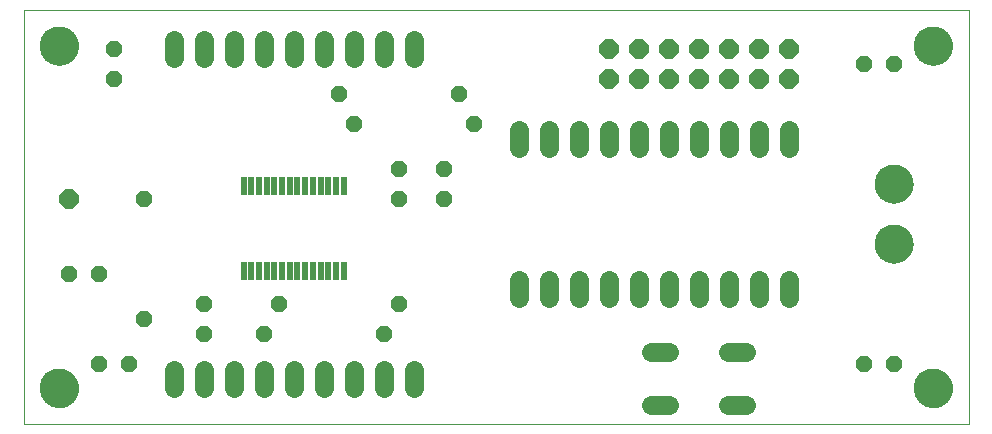
<source format=gts>
G75*
%MOIN*%
%OFA0B0*%
%FSLAX25Y25*%
%IPPOS*%
%LPD*%
%AMOC8*
5,1,8,0,0,1.08239X$1,22.5*
%
%ADD10C,0.00000*%
%ADD11C,0.12998*%
%ADD12OC8,0.05600*%
%ADD13C,0.06400*%
%ADD14OC8,0.06400*%
%ADD15R,0.01975X0.06306*%
D10*
X0001800Y0001800D02*
X0001800Y0139595D01*
X0316761Y0139595D01*
X0316761Y0001800D01*
X0001800Y0001800D01*
X0007312Y0013611D02*
X0007314Y0013769D01*
X0007320Y0013927D01*
X0007330Y0014085D01*
X0007344Y0014243D01*
X0007362Y0014400D01*
X0007383Y0014557D01*
X0007409Y0014713D01*
X0007439Y0014869D01*
X0007472Y0015024D01*
X0007510Y0015177D01*
X0007551Y0015330D01*
X0007596Y0015482D01*
X0007645Y0015633D01*
X0007698Y0015782D01*
X0007754Y0015930D01*
X0007814Y0016076D01*
X0007878Y0016221D01*
X0007946Y0016364D01*
X0008017Y0016506D01*
X0008091Y0016646D01*
X0008169Y0016783D01*
X0008251Y0016919D01*
X0008335Y0017053D01*
X0008424Y0017184D01*
X0008515Y0017313D01*
X0008610Y0017440D01*
X0008707Y0017565D01*
X0008808Y0017687D01*
X0008912Y0017806D01*
X0009019Y0017923D01*
X0009129Y0018037D01*
X0009242Y0018148D01*
X0009357Y0018257D01*
X0009475Y0018362D01*
X0009596Y0018464D01*
X0009719Y0018564D01*
X0009845Y0018660D01*
X0009973Y0018753D01*
X0010103Y0018843D01*
X0010236Y0018929D01*
X0010371Y0019013D01*
X0010507Y0019092D01*
X0010646Y0019169D01*
X0010787Y0019241D01*
X0010929Y0019311D01*
X0011073Y0019376D01*
X0011219Y0019438D01*
X0011366Y0019496D01*
X0011515Y0019551D01*
X0011665Y0019602D01*
X0011816Y0019649D01*
X0011968Y0019692D01*
X0012121Y0019731D01*
X0012276Y0019767D01*
X0012431Y0019798D01*
X0012587Y0019826D01*
X0012743Y0019850D01*
X0012900Y0019870D01*
X0013058Y0019886D01*
X0013215Y0019898D01*
X0013374Y0019906D01*
X0013532Y0019910D01*
X0013690Y0019910D01*
X0013848Y0019906D01*
X0014007Y0019898D01*
X0014164Y0019886D01*
X0014322Y0019870D01*
X0014479Y0019850D01*
X0014635Y0019826D01*
X0014791Y0019798D01*
X0014946Y0019767D01*
X0015101Y0019731D01*
X0015254Y0019692D01*
X0015406Y0019649D01*
X0015557Y0019602D01*
X0015707Y0019551D01*
X0015856Y0019496D01*
X0016003Y0019438D01*
X0016149Y0019376D01*
X0016293Y0019311D01*
X0016435Y0019241D01*
X0016576Y0019169D01*
X0016715Y0019092D01*
X0016851Y0019013D01*
X0016986Y0018929D01*
X0017119Y0018843D01*
X0017249Y0018753D01*
X0017377Y0018660D01*
X0017503Y0018564D01*
X0017626Y0018464D01*
X0017747Y0018362D01*
X0017865Y0018257D01*
X0017980Y0018148D01*
X0018093Y0018037D01*
X0018203Y0017923D01*
X0018310Y0017806D01*
X0018414Y0017687D01*
X0018515Y0017565D01*
X0018612Y0017440D01*
X0018707Y0017313D01*
X0018798Y0017184D01*
X0018887Y0017053D01*
X0018971Y0016919D01*
X0019053Y0016783D01*
X0019131Y0016646D01*
X0019205Y0016506D01*
X0019276Y0016364D01*
X0019344Y0016221D01*
X0019408Y0016076D01*
X0019468Y0015930D01*
X0019524Y0015782D01*
X0019577Y0015633D01*
X0019626Y0015482D01*
X0019671Y0015330D01*
X0019712Y0015177D01*
X0019750Y0015024D01*
X0019783Y0014869D01*
X0019813Y0014713D01*
X0019839Y0014557D01*
X0019860Y0014400D01*
X0019878Y0014243D01*
X0019892Y0014085D01*
X0019902Y0013927D01*
X0019908Y0013769D01*
X0019910Y0013611D01*
X0019908Y0013453D01*
X0019902Y0013295D01*
X0019892Y0013137D01*
X0019878Y0012979D01*
X0019860Y0012822D01*
X0019839Y0012665D01*
X0019813Y0012509D01*
X0019783Y0012353D01*
X0019750Y0012198D01*
X0019712Y0012045D01*
X0019671Y0011892D01*
X0019626Y0011740D01*
X0019577Y0011589D01*
X0019524Y0011440D01*
X0019468Y0011292D01*
X0019408Y0011146D01*
X0019344Y0011001D01*
X0019276Y0010858D01*
X0019205Y0010716D01*
X0019131Y0010576D01*
X0019053Y0010439D01*
X0018971Y0010303D01*
X0018887Y0010169D01*
X0018798Y0010038D01*
X0018707Y0009909D01*
X0018612Y0009782D01*
X0018515Y0009657D01*
X0018414Y0009535D01*
X0018310Y0009416D01*
X0018203Y0009299D01*
X0018093Y0009185D01*
X0017980Y0009074D01*
X0017865Y0008965D01*
X0017747Y0008860D01*
X0017626Y0008758D01*
X0017503Y0008658D01*
X0017377Y0008562D01*
X0017249Y0008469D01*
X0017119Y0008379D01*
X0016986Y0008293D01*
X0016851Y0008209D01*
X0016715Y0008130D01*
X0016576Y0008053D01*
X0016435Y0007981D01*
X0016293Y0007911D01*
X0016149Y0007846D01*
X0016003Y0007784D01*
X0015856Y0007726D01*
X0015707Y0007671D01*
X0015557Y0007620D01*
X0015406Y0007573D01*
X0015254Y0007530D01*
X0015101Y0007491D01*
X0014946Y0007455D01*
X0014791Y0007424D01*
X0014635Y0007396D01*
X0014479Y0007372D01*
X0014322Y0007352D01*
X0014164Y0007336D01*
X0014007Y0007324D01*
X0013848Y0007316D01*
X0013690Y0007312D01*
X0013532Y0007312D01*
X0013374Y0007316D01*
X0013215Y0007324D01*
X0013058Y0007336D01*
X0012900Y0007352D01*
X0012743Y0007372D01*
X0012587Y0007396D01*
X0012431Y0007424D01*
X0012276Y0007455D01*
X0012121Y0007491D01*
X0011968Y0007530D01*
X0011816Y0007573D01*
X0011665Y0007620D01*
X0011515Y0007671D01*
X0011366Y0007726D01*
X0011219Y0007784D01*
X0011073Y0007846D01*
X0010929Y0007911D01*
X0010787Y0007981D01*
X0010646Y0008053D01*
X0010507Y0008130D01*
X0010371Y0008209D01*
X0010236Y0008293D01*
X0010103Y0008379D01*
X0009973Y0008469D01*
X0009845Y0008562D01*
X0009719Y0008658D01*
X0009596Y0008758D01*
X0009475Y0008860D01*
X0009357Y0008965D01*
X0009242Y0009074D01*
X0009129Y0009185D01*
X0009019Y0009299D01*
X0008912Y0009416D01*
X0008808Y0009535D01*
X0008707Y0009657D01*
X0008610Y0009782D01*
X0008515Y0009909D01*
X0008424Y0010038D01*
X0008335Y0010169D01*
X0008251Y0010303D01*
X0008169Y0010439D01*
X0008091Y0010576D01*
X0008017Y0010716D01*
X0007946Y0010858D01*
X0007878Y0011001D01*
X0007814Y0011146D01*
X0007754Y0011292D01*
X0007698Y0011440D01*
X0007645Y0011589D01*
X0007596Y0011740D01*
X0007551Y0011892D01*
X0007510Y0012045D01*
X0007472Y0012198D01*
X0007439Y0012353D01*
X0007409Y0012509D01*
X0007383Y0012665D01*
X0007362Y0012822D01*
X0007344Y0012979D01*
X0007330Y0013137D01*
X0007320Y0013295D01*
X0007314Y0013453D01*
X0007312Y0013611D01*
X0007312Y0127784D02*
X0007314Y0127942D01*
X0007320Y0128100D01*
X0007330Y0128258D01*
X0007344Y0128416D01*
X0007362Y0128573D01*
X0007383Y0128730D01*
X0007409Y0128886D01*
X0007439Y0129042D01*
X0007472Y0129197D01*
X0007510Y0129350D01*
X0007551Y0129503D01*
X0007596Y0129655D01*
X0007645Y0129806D01*
X0007698Y0129955D01*
X0007754Y0130103D01*
X0007814Y0130249D01*
X0007878Y0130394D01*
X0007946Y0130537D01*
X0008017Y0130679D01*
X0008091Y0130819D01*
X0008169Y0130956D01*
X0008251Y0131092D01*
X0008335Y0131226D01*
X0008424Y0131357D01*
X0008515Y0131486D01*
X0008610Y0131613D01*
X0008707Y0131738D01*
X0008808Y0131860D01*
X0008912Y0131979D01*
X0009019Y0132096D01*
X0009129Y0132210D01*
X0009242Y0132321D01*
X0009357Y0132430D01*
X0009475Y0132535D01*
X0009596Y0132637D01*
X0009719Y0132737D01*
X0009845Y0132833D01*
X0009973Y0132926D01*
X0010103Y0133016D01*
X0010236Y0133102D01*
X0010371Y0133186D01*
X0010507Y0133265D01*
X0010646Y0133342D01*
X0010787Y0133414D01*
X0010929Y0133484D01*
X0011073Y0133549D01*
X0011219Y0133611D01*
X0011366Y0133669D01*
X0011515Y0133724D01*
X0011665Y0133775D01*
X0011816Y0133822D01*
X0011968Y0133865D01*
X0012121Y0133904D01*
X0012276Y0133940D01*
X0012431Y0133971D01*
X0012587Y0133999D01*
X0012743Y0134023D01*
X0012900Y0134043D01*
X0013058Y0134059D01*
X0013215Y0134071D01*
X0013374Y0134079D01*
X0013532Y0134083D01*
X0013690Y0134083D01*
X0013848Y0134079D01*
X0014007Y0134071D01*
X0014164Y0134059D01*
X0014322Y0134043D01*
X0014479Y0134023D01*
X0014635Y0133999D01*
X0014791Y0133971D01*
X0014946Y0133940D01*
X0015101Y0133904D01*
X0015254Y0133865D01*
X0015406Y0133822D01*
X0015557Y0133775D01*
X0015707Y0133724D01*
X0015856Y0133669D01*
X0016003Y0133611D01*
X0016149Y0133549D01*
X0016293Y0133484D01*
X0016435Y0133414D01*
X0016576Y0133342D01*
X0016715Y0133265D01*
X0016851Y0133186D01*
X0016986Y0133102D01*
X0017119Y0133016D01*
X0017249Y0132926D01*
X0017377Y0132833D01*
X0017503Y0132737D01*
X0017626Y0132637D01*
X0017747Y0132535D01*
X0017865Y0132430D01*
X0017980Y0132321D01*
X0018093Y0132210D01*
X0018203Y0132096D01*
X0018310Y0131979D01*
X0018414Y0131860D01*
X0018515Y0131738D01*
X0018612Y0131613D01*
X0018707Y0131486D01*
X0018798Y0131357D01*
X0018887Y0131226D01*
X0018971Y0131092D01*
X0019053Y0130956D01*
X0019131Y0130819D01*
X0019205Y0130679D01*
X0019276Y0130537D01*
X0019344Y0130394D01*
X0019408Y0130249D01*
X0019468Y0130103D01*
X0019524Y0129955D01*
X0019577Y0129806D01*
X0019626Y0129655D01*
X0019671Y0129503D01*
X0019712Y0129350D01*
X0019750Y0129197D01*
X0019783Y0129042D01*
X0019813Y0128886D01*
X0019839Y0128730D01*
X0019860Y0128573D01*
X0019878Y0128416D01*
X0019892Y0128258D01*
X0019902Y0128100D01*
X0019908Y0127942D01*
X0019910Y0127784D01*
X0019908Y0127626D01*
X0019902Y0127468D01*
X0019892Y0127310D01*
X0019878Y0127152D01*
X0019860Y0126995D01*
X0019839Y0126838D01*
X0019813Y0126682D01*
X0019783Y0126526D01*
X0019750Y0126371D01*
X0019712Y0126218D01*
X0019671Y0126065D01*
X0019626Y0125913D01*
X0019577Y0125762D01*
X0019524Y0125613D01*
X0019468Y0125465D01*
X0019408Y0125319D01*
X0019344Y0125174D01*
X0019276Y0125031D01*
X0019205Y0124889D01*
X0019131Y0124749D01*
X0019053Y0124612D01*
X0018971Y0124476D01*
X0018887Y0124342D01*
X0018798Y0124211D01*
X0018707Y0124082D01*
X0018612Y0123955D01*
X0018515Y0123830D01*
X0018414Y0123708D01*
X0018310Y0123589D01*
X0018203Y0123472D01*
X0018093Y0123358D01*
X0017980Y0123247D01*
X0017865Y0123138D01*
X0017747Y0123033D01*
X0017626Y0122931D01*
X0017503Y0122831D01*
X0017377Y0122735D01*
X0017249Y0122642D01*
X0017119Y0122552D01*
X0016986Y0122466D01*
X0016851Y0122382D01*
X0016715Y0122303D01*
X0016576Y0122226D01*
X0016435Y0122154D01*
X0016293Y0122084D01*
X0016149Y0122019D01*
X0016003Y0121957D01*
X0015856Y0121899D01*
X0015707Y0121844D01*
X0015557Y0121793D01*
X0015406Y0121746D01*
X0015254Y0121703D01*
X0015101Y0121664D01*
X0014946Y0121628D01*
X0014791Y0121597D01*
X0014635Y0121569D01*
X0014479Y0121545D01*
X0014322Y0121525D01*
X0014164Y0121509D01*
X0014007Y0121497D01*
X0013848Y0121489D01*
X0013690Y0121485D01*
X0013532Y0121485D01*
X0013374Y0121489D01*
X0013215Y0121497D01*
X0013058Y0121509D01*
X0012900Y0121525D01*
X0012743Y0121545D01*
X0012587Y0121569D01*
X0012431Y0121597D01*
X0012276Y0121628D01*
X0012121Y0121664D01*
X0011968Y0121703D01*
X0011816Y0121746D01*
X0011665Y0121793D01*
X0011515Y0121844D01*
X0011366Y0121899D01*
X0011219Y0121957D01*
X0011073Y0122019D01*
X0010929Y0122084D01*
X0010787Y0122154D01*
X0010646Y0122226D01*
X0010507Y0122303D01*
X0010371Y0122382D01*
X0010236Y0122466D01*
X0010103Y0122552D01*
X0009973Y0122642D01*
X0009845Y0122735D01*
X0009719Y0122831D01*
X0009596Y0122931D01*
X0009475Y0123033D01*
X0009357Y0123138D01*
X0009242Y0123247D01*
X0009129Y0123358D01*
X0009019Y0123472D01*
X0008912Y0123589D01*
X0008808Y0123708D01*
X0008707Y0123830D01*
X0008610Y0123955D01*
X0008515Y0124082D01*
X0008424Y0124211D01*
X0008335Y0124342D01*
X0008251Y0124476D01*
X0008169Y0124612D01*
X0008091Y0124749D01*
X0008017Y0124889D01*
X0007946Y0125031D01*
X0007878Y0125174D01*
X0007814Y0125319D01*
X0007754Y0125465D01*
X0007698Y0125613D01*
X0007645Y0125762D01*
X0007596Y0125913D01*
X0007551Y0126065D01*
X0007510Y0126218D01*
X0007472Y0126371D01*
X0007439Y0126526D01*
X0007409Y0126682D01*
X0007383Y0126838D01*
X0007362Y0126995D01*
X0007344Y0127152D01*
X0007330Y0127310D01*
X0007320Y0127468D01*
X0007314Y0127626D01*
X0007312Y0127784D01*
X0285501Y0081800D02*
X0285503Y0081958D01*
X0285509Y0082116D01*
X0285519Y0082274D01*
X0285533Y0082432D01*
X0285551Y0082589D01*
X0285572Y0082746D01*
X0285598Y0082902D01*
X0285628Y0083058D01*
X0285661Y0083213D01*
X0285699Y0083366D01*
X0285740Y0083519D01*
X0285785Y0083671D01*
X0285834Y0083822D01*
X0285887Y0083971D01*
X0285943Y0084119D01*
X0286003Y0084265D01*
X0286067Y0084410D01*
X0286135Y0084553D01*
X0286206Y0084695D01*
X0286280Y0084835D01*
X0286358Y0084972D01*
X0286440Y0085108D01*
X0286524Y0085242D01*
X0286613Y0085373D01*
X0286704Y0085502D01*
X0286799Y0085629D01*
X0286896Y0085754D01*
X0286997Y0085876D01*
X0287101Y0085995D01*
X0287208Y0086112D01*
X0287318Y0086226D01*
X0287431Y0086337D01*
X0287546Y0086446D01*
X0287664Y0086551D01*
X0287785Y0086653D01*
X0287908Y0086753D01*
X0288034Y0086849D01*
X0288162Y0086942D01*
X0288292Y0087032D01*
X0288425Y0087118D01*
X0288560Y0087202D01*
X0288696Y0087281D01*
X0288835Y0087358D01*
X0288976Y0087430D01*
X0289118Y0087500D01*
X0289262Y0087565D01*
X0289408Y0087627D01*
X0289555Y0087685D01*
X0289704Y0087740D01*
X0289854Y0087791D01*
X0290005Y0087838D01*
X0290157Y0087881D01*
X0290310Y0087920D01*
X0290465Y0087956D01*
X0290620Y0087987D01*
X0290776Y0088015D01*
X0290932Y0088039D01*
X0291089Y0088059D01*
X0291247Y0088075D01*
X0291404Y0088087D01*
X0291563Y0088095D01*
X0291721Y0088099D01*
X0291879Y0088099D01*
X0292037Y0088095D01*
X0292196Y0088087D01*
X0292353Y0088075D01*
X0292511Y0088059D01*
X0292668Y0088039D01*
X0292824Y0088015D01*
X0292980Y0087987D01*
X0293135Y0087956D01*
X0293290Y0087920D01*
X0293443Y0087881D01*
X0293595Y0087838D01*
X0293746Y0087791D01*
X0293896Y0087740D01*
X0294045Y0087685D01*
X0294192Y0087627D01*
X0294338Y0087565D01*
X0294482Y0087500D01*
X0294624Y0087430D01*
X0294765Y0087358D01*
X0294904Y0087281D01*
X0295040Y0087202D01*
X0295175Y0087118D01*
X0295308Y0087032D01*
X0295438Y0086942D01*
X0295566Y0086849D01*
X0295692Y0086753D01*
X0295815Y0086653D01*
X0295936Y0086551D01*
X0296054Y0086446D01*
X0296169Y0086337D01*
X0296282Y0086226D01*
X0296392Y0086112D01*
X0296499Y0085995D01*
X0296603Y0085876D01*
X0296704Y0085754D01*
X0296801Y0085629D01*
X0296896Y0085502D01*
X0296987Y0085373D01*
X0297076Y0085242D01*
X0297160Y0085108D01*
X0297242Y0084972D01*
X0297320Y0084835D01*
X0297394Y0084695D01*
X0297465Y0084553D01*
X0297533Y0084410D01*
X0297597Y0084265D01*
X0297657Y0084119D01*
X0297713Y0083971D01*
X0297766Y0083822D01*
X0297815Y0083671D01*
X0297860Y0083519D01*
X0297901Y0083366D01*
X0297939Y0083213D01*
X0297972Y0083058D01*
X0298002Y0082902D01*
X0298028Y0082746D01*
X0298049Y0082589D01*
X0298067Y0082432D01*
X0298081Y0082274D01*
X0298091Y0082116D01*
X0298097Y0081958D01*
X0298099Y0081800D01*
X0298097Y0081642D01*
X0298091Y0081484D01*
X0298081Y0081326D01*
X0298067Y0081168D01*
X0298049Y0081011D01*
X0298028Y0080854D01*
X0298002Y0080698D01*
X0297972Y0080542D01*
X0297939Y0080387D01*
X0297901Y0080234D01*
X0297860Y0080081D01*
X0297815Y0079929D01*
X0297766Y0079778D01*
X0297713Y0079629D01*
X0297657Y0079481D01*
X0297597Y0079335D01*
X0297533Y0079190D01*
X0297465Y0079047D01*
X0297394Y0078905D01*
X0297320Y0078765D01*
X0297242Y0078628D01*
X0297160Y0078492D01*
X0297076Y0078358D01*
X0296987Y0078227D01*
X0296896Y0078098D01*
X0296801Y0077971D01*
X0296704Y0077846D01*
X0296603Y0077724D01*
X0296499Y0077605D01*
X0296392Y0077488D01*
X0296282Y0077374D01*
X0296169Y0077263D01*
X0296054Y0077154D01*
X0295936Y0077049D01*
X0295815Y0076947D01*
X0295692Y0076847D01*
X0295566Y0076751D01*
X0295438Y0076658D01*
X0295308Y0076568D01*
X0295175Y0076482D01*
X0295040Y0076398D01*
X0294904Y0076319D01*
X0294765Y0076242D01*
X0294624Y0076170D01*
X0294482Y0076100D01*
X0294338Y0076035D01*
X0294192Y0075973D01*
X0294045Y0075915D01*
X0293896Y0075860D01*
X0293746Y0075809D01*
X0293595Y0075762D01*
X0293443Y0075719D01*
X0293290Y0075680D01*
X0293135Y0075644D01*
X0292980Y0075613D01*
X0292824Y0075585D01*
X0292668Y0075561D01*
X0292511Y0075541D01*
X0292353Y0075525D01*
X0292196Y0075513D01*
X0292037Y0075505D01*
X0291879Y0075501D01*
X0291721Y0075501D01*
X0291563Y0075505D01*
X0291404Y0075513D01*
X0291247Y0075525D01*
X0291089Y0075541D01*
X0290932Y0075561D01*
X0290776Y0075585D01*
X0290620Y0075613D01*
X0290465Y0075644D01*
X0290310Y0075680D01*
X0290157Y0075719D01*
X0290005Y0075762D01*
X0289854Y0075809D01*
X0289704Y0075860D01*
X0289555Y0075915D01*
X0289408Y0075973D01*
X0289262Y0076035D01*
X0289118Y0076100D01*
X0288976Y0076170D01*
X0288835Y0076242D01*
X0288696Y0076319D01*
X0288560Y0076398D01*
X0288425Y0076482D01*
X0288292Y0076568D01*
X0288162Y0076658D01*
X0288034Y0076751D01*
X0287908Y0076847D01*
X0287785Y0076947D01*
X0287664Y0077049D01*
X0287546Y0077154D01*
X0287431Y0077263D01*
X0287318Y0077374D01*
X0287208Y0077488D01*
X0287101Y0077605D01*
X0286997Y0077724D01*
X0286896Y0077846D01*
X0286799Y0077971D01*
X0286704Y0078098D01*
X0286613Y0078227D01*
X0286524Y0078358D01*
X0286440Y0078492D01*
X0286358Y0078628D01*
X0286280Y0078765D01*
X0286206Y0078905D01*
X0286135Y0079047D01*
X0286067Y0079190D01*
X0286003Y0079335D01*
X0285943Y0079481D01*
X0285887Y0079629D01*
X0285834Y0079778D01*
X0285785Y0079929D01*
X0285740Y0080081D01*
X0285699Y0080234D01*
X0285661Y0080387D01*
X0285628Y0080542D01*
X0285598Y0080698D01*
X0285572Y0080854D01*
X0285551Y0081011D01*
X0285533Y0081168D01*
X0285519Y0081326D01*
X0285509Y0081484D01*
X0285503Y0081642D01*
X0285501Y0081800D01*
X0285501Y0061800D02*
X0285503Y0061958D01*
X0285509Y0062116D01*
X0285519Y0062274D01*
X0285533Y0062432D01*
X0285551Y0062589D01*
X0285572Y0062746D01*
X0285598Y0062902D01*
X0285628Y0063058D01*
X0285661Y0063213D01*
X0285699Y0063366D01*
X0285740Y0063519D01*
X0285785Y0063671D01*
X0285834Y0063822D01*
X0285887Y0063971D01*
X0285943Y0064119D01*
X0286003Y0064265D01*
X0286067Y0064410D01*
X0286135Y0064553D01*
X0286206Y0064695D01*
X0286280Y0064835D01*
X0286358Y0064972D01*
X0286440Y0065108D01*
X0286524Y0065242D01*
X0286613Y0065373D01*
X0286704Y0065502D01*
X0286799Y0065629D01*
X0286896Y0065754D01*
X0286997Y0065876D01*
X0287101Y0065995D01*
X0287208Y0066112D01*
X0287318Y0066226D01*
X0287431Y0066337D01*
X0287546Y0066446D01*
X0287664Y0066551D01*
X0287785Y0066653D01*
X0287908Y0066753D01*
X0288034Y0066849D01*
X0288162Y0066942D01*
X0288292Y0067032D01*
X0288425Y0067118D01*
X0288560Y0067202D01*
X0288696Y0067281D01*
X0288835Y0067358D01*
X0288976Y0067430D01*
X0289118Y0067500D01*
X0289262Y0067565D01*
X0289408Y0067627D01*
X0289555Y0067685D01*
X0289704Y0067740D01*
X0289854Y0067791D01*
X0290005Y0067838D01*
X0290157Y0067881D01*
X0290310Y0067920D01*
X0290465Y0067956D01*
X0290620Y0067987D01*
X0290776Y0068015D01*
X0290932Y0068039D01*
X0291089Y0068059D01*
X0291247Y0068075D01*
X0291404Y0068087D01*
X0291563Y0068095D01*
X0291721Y0068099D01*
X0291879Y0068099D01*
X0292037Y0068095D01*
X0292196Y0068087D01*
X0292353Y0068075D01*
X0292511Y0068059D01*
X0292668Y0068039D01*
X0292824Y0068015D01*
X0292980Y0067987D01*
X0293135Y0067956D01*
X0293290Y0067920D01*
X0293443Y0067881D01*
X0293595Y0067838D01*
X0293746Y0067791D01*
X0293896Y0067740D01*
X0294045Y0067685D01*
X0294192Y0067627D01*
X0294338Y0067565D01*
X0294482Y0067500D01*
X0294624Y0067430D01*
X0294765Y0067358D01*
X0294904Y0067281D01*
X0295040Y0067202D01*
X0295175Y0067118D01*
X0295308Y0067032D01*
X0295438Y0066942D01*
X0295566Y0066849D01*
X0295692Y0066753D01*
X0295815Y0066653D01*
X0295936Y0066551D01*
X0296054Y0066446D01*
X0296169Y0066337D01*
X0296282Y0066226D01*
X0296392Y0066112D01*
X0296499Y0065995D01*
X0296603Y0065876D01*
X0296704Y0065754D01*
X0296801Y0065629D01*
X0296896Y0065502D01*
X0296987Y0065373D01*
X0297076Y0065242D01*
X0297160Y0065108D01*
X0297242Y0064972D01*
X0297320Y0064835D01*
X0297394Y0064695D01*
X0297465Y0064553D01*
X0297533Y0064410D01*
X0297597Y0064265D01*
X0297657Y0064119D01*
X0297713Y0063971D01*
X0297766Y0063822D01*
X0297815Y0063671D01*
X0297860Y0063519D01*
X0297901Y0063366D01*
X0297939Y0063213D01*
X0297972Y0063058D01*
X0298002Y0062902D01*
X0298028Y0062746D01*
X0298049Y0062589D01*
X0298067Y0062432D01*
X0298081Y0062274D01*
X0298091Y0062116D01*
X0298097Y0061958D01*
X0298099Y0061800D01*
X0298097Y0061642D01*
X0298091Y0061484D01*
X0298081Y0061326D01*
X0298067Y0061168D01*
X0298049Y0061011D01*
X0298028Y0060854D01*
X0298002Y0060698D01*
X0297972Y0060542D01*
X0297939Y0060387D01*
X0297901Y0060234D01*
X0297860Y0060081D01*
X0297815Y0059929D01*
X0297766Y0059778D01*
X0297713Y0059629D01*
X0297657Y0059481D01*
X0297597Y0059335D01*
X0297533Y0059190D01*
X0297465Y0059047D01*
X0297394Y0058905D01*
X0297320Y0058765D01*
X0297242Y0058628D01*
X0297160Y0058492D01*
X0297076Y0058358D01*
X0296987Y0058227D01*
X0296896Y0058098D01*
X0296801Y0057971D01*
X0296704Y0057846D01*
X0296603Y0057724D01*
X0296499Y0057605D01*
X0296392Y0057488D01*
X0296282Y0057374D01*
X0296169Y0057263D01*
X0296054Y0057154D01*
X0295936Y0057049D01*
X0295815Y0056947D01*
X0295692Y0056847D01*
X0295566Y0056751D01*
X0295438Y0056658D01*
X0295308Y0056568D01*
X0295175Y0056482D01*
X0295040Y0056398D01*
X0294904Y0056319D01*
X0294765Y0056242D01*
X0294624Y0056170D01*
X0294482Y0056100D01*
X0294338Y0056035D01*
X0294192Y0055973D01*
X0294045Y0055915D01*
X0293896Y0055860D01*
X0293746Y0055809D01*
X0293595Y0055762D01*
X0293443Y0055719D01*
X0293290Y0055680D01*
X0293135Y0055644D01*
X0292980Y0055613D01*
X0292824Y0055585D01*
X0292668Y0055561D01*
X0292511Y0055541D01*
X0292353Y0055525D01*
X0292196Y0055513D01*
X0292037Y0055505D01*
X0291879Y0055501D01*
X0291721Y0055501D01*
X0291563Y0055505D01*
X0291404Y0055513D01*
X0291247Y0055525D01*
X0291089Y0055541D01*
X0290932Y0055561D01*
X0290776Y0055585D01*
X0290620Y0055613D01*
X0290465Y0055644D01*
X0290310Y0055680D01*
X0290157Y0055719D01*
X0290005Y0055762D01*
X0289854Y0055809D01*
X0289704Y0055860D01*
X0289555Y0055915D01*
X0289408Y0055973D01*
X0289262Y0056035D01*
X0289118Y0056100D01*
X0288976Y0056170D01*
X0288835Y0056242D01*
X0288696Y0056319D01*
X0288560Y0056398D01*
X0288425Y0056482D01*
X0288292Y0056568D01*
X0288162Y0056658D01*
X0288034Y0056751D01*
X0287908Y0056847D01*
X0287785Y0056947D01*
X0287664Y0057049D01*
X0287546Y0057154D01*
X0287431Y0057263D01*
X0287318Y0057374D01*
X0287208Y0057488D01*
X0287101Y0057605D01*
X0286997Y0057724D01*
X0286896Y0057846D01*
X0286799Y0057971D01*
X0286704Y0058098D01*
X0286613Y0058227D01*
X0286524Y0058358D01*
X0286440Y0058492D01*
X0286358Y0058628D01*
X0286280Y0058765D01*
X0286206Y0058905D01*
X0286135Y0059047D01*
X0286067Y0059190D01*
X0286003Y0059335D01*
X0285943Y0059481D01*
X0285887Y0059629D01*
X0285834Y0059778D01*
X0285785Y0059929D01*
X0285740Y0060081D01*
X0285699Y0060234D01*
X0285661Y0060387D01*
X0285628Y0060542D01*
X0285598Y0060698D01*
X0285572Y0060854D01*
X0285551Y0061011D01*
X0285533Y0061168D01*
X0285519Y0061326D01*
X0285509Y0061484D01*
X0285503Y0061642D01*
X0285501Y0061800D01*
X0298651Y0013611D02*
X0298653Y0013769D01*
X0298659Y0013927D01*
X0298669Y0014085D01*
X0298683Y0014243D01*
X0298701Y0014400D01*
X0298722Y0014557D01*
X0298748Y0014713D01*
X0298778Y0014869D01*
X0298811Y0015024D01*
X0298849Y0015177D01*
X0298890Y0015330D01*
X0298935Y0015482D01*
X0298984Y0015633D01*
X0299037Y0015782D01*
X0299093Y0015930D01*
X0299153Y0016076D01*
X0299217Y0016221D01*
X0299285Y0016364D01*
X0299356Y0016506D01*
X0299430Y0016646D01*
X0299508Y0016783D01*
X0299590Y0016919D01*
X0299674Y0017053D01*
X0299763Y0017184D01*
X0299854Y0017313D01*
X0299949Y0017440D01*
X0300046Y0017565D01*
X0300147Y0017687D01*
X0300251Y0017806D01*
X0300358Y0017923D01*
X0300468Y0018037D01*
X0300581Y0018148D01*
X0300696Y0018257D01*
X0300814Y0018362D01*
X0300935Y0018464D01*
X0301058Y0018564D01*
X0301184Y0018660D01*
X0301312Y0018753D01*
X0301442Y0018843D01*
X0301575Y0018929D01*
X0301710Y0019013D01*
X0301846Y0019092D01*
X0301985Y0019169D01*
X0302126Y0019241D01*
X0302268Y0019311D01*
X0302412Y0019376D01*
X0302558Y0019438D01*
X0302705Y0019496D01*
X0302854Y0019551D01*
X0303004Y0019602D01*
X0303155Y0019649D01*
X0303307Y0019692D01*
X0303460Y0019731D01*
X0303615Y0019767D01*
X0303770Y0019798D01*
X0303926Y0019826D01*
X0304082Y0019850D01*
X0304239Y0019870D01*
X0304397Y0019886D01*
X0304554Y0019898D01*
X0304713Y0019906D01*
X0304871Y0019910D01*
X0305029Y0019910D01*
X0305187Y0019906D01*
X0305346Y0019898D01*
X0305503Y0019886D01*
X0305661Y0019870D01*
X0305818Y0019850D01*
X0305974Y0019826D01*
X0306130Y0019798D01*
X0306285Y0019767D01*
X0306440Y0019731D01*
X0306593Y0019692D01*
X0306745Y0019649D01*
X0306896Y0019602D01*
X0307046Y0019551D01*
X0307195Y0019496D01*
X0307342Y0019438D01*
X0307488Y0019376D01*
X0307632Y0019311D01*
X0307774Y0019241D01*
X0307915Y0019169D01*
X0308054Y0019092D01*
X0308190Y0019013D01*
X0308325Y0018929D01*
X0308458Y0018843D01*
X0308588Y0018753D01*
X0308716Y0018660D01*
X0308842Y0018564D01*
X0308965Y0018464D01*
X0309086Y0018362D01*
X0309204Y0018257D01*
X0309319Y0018148D01*
X0309432Y0018037D01*
X0309542Y0017923D01*
X0309649Y0017806D01*
X0309753Y0017687D01*
X0309854Y0017565D01*
X0309951Y0017440D01*
X0310046Y0017313D01*
X0310137Y0017184D01*
X0310226Y0017053D01*
X0310310Y0016919D01*
X0310392Y0016783D01*
X0310470Y0016646D01*
X0310544Y0016506D01*
X0310615Y0016364D01*
X0310683Y0016221D01*
X0310747Y0016076D01*
X0310807Y0015930D01*
X0310863Y0015782D01*
X0310916Y0015633D01*
X0310965Y0015482D01*
X0311010Y0015330D01*
X0311051Y0015177D01*
X0311089Y0015024D01*
X0311122Y0014869D01*
X0311152Y0014713D01*
X0311178Y0014557D01*
X0311199Y0014400D01*
X0311217Y0014243D01*
X0311231Y0014085D01*
X0311241Y0013927D01*
X0311247Y0013769D01*
X0311249Y0013611D01*
X0311247Y0013453D01*
X0311241Y0013295D01*
X0311231Y0013137D01*
X0311217Y0012979D01*
X0311199Y0012822D01*
X0311178Y0012665D01*
X0311152Y0012509D01*
X0311122Y0012353D01*
X0311089Y0012198D01*
X0311051Y0012045D01*
X0311010Y0011892D01*
X0310965Y0011740D01*
X0310916Y0011589D01*
X0310863Y0011440D01*
X0310807Y0011292D01*
X0310747Y0011146D01*
X0310683Y0011001D01*
X0310615Y0010858D01*
X0310544Y0010716D01*
X0310470Y0010576D01*
X0310392Y0010439D01*
X0310310Y0010303D01*
X0310226Y0010169D01*
X0310137Y0010038D01*
X0310046Y0009909D01*
X0309951Y0009782D01*
X0309854Y0009657D01*
X0309753Y0009535D01*
X0309649Y0009416D01*
X0309542Y0009299D01*
X0309432Y0009185D01*
X0309319Y0009074D01*
X0309204Y0008965D01*
X0309086Y0008860D01*
X0308965Y0008758D01*
X0308842Y0008658D01*
X0308716Y0008562D01*
X0308588Y0008469D01*
X0308458Y0008379D01*
X0308325Y0008293D01*
X0308190Y0008209D01*
X0308054Y0008130D01*
X0307915Y0008053D01*
X0307774Y0007981D01*
X0307632Y0007911D01*
X0307488Y0007846D01*
X0307342Y0007784D01*
X0307195Y0007726D01*
X0307046Y0007671D01*
X0306896Y0007620D01*
X0306745Y0007573D01*
X0306593Y0007530D01*
X0306440Y0007491D01*
X0306285Y0007455D01*
X0306130Y0007424D01*
X0305974Y0007396D01*
X0305818Y0007372D01*
X0305661Y0007352D01*
X0305503Y0007336D01*
X0305346Y0007324D01*
X0305187Y0007316D01*
X0305029Y0007312D01*
X0304871Y0007312D01*
X0304713Y0007316D01*
X0304554Y0007324D01*
X0304397Y0007336D01*
X0304239Y0007352D01*
X0304082Y0007372D01*
X0303926Y0007396D01*
X0303770Y0007424D01*
X0303615Y0007455D01*
X0303460Y0007491D01*
X0303307Y0007530D01*
X0303155Y0007573D01*
X0303004Y0007620D01*
X0302854Y0007671D01*
X0302705Y0007726D01*
X0302558Y0007784D01*
X0302412Y0007846D01*
X0302268Y0007911D01*
X0302126Y0007981D01*
X0301985Y0008053D01*
X0301846Y0008130D01*
X0301710Y0008209D01*
X0301575Y0008293D01*
X0301442Y0008379D01*
X0301312Y0008469D01*
X0301184Y0008562D01*
X0301058Y0008658D01*
X0300935Y0008758D01*
X0300814Y0008860D01*
X0300696Y0008965D01*
X0300581Y0009074D01*
X0300468Y0009185D01*
X0300358Y0009299D01*
X0300251Y0009416D01*
X0300147Y0009535D01*
X0300046Y0009657D01*
X0299949Y0009782D01*
X0299854Y0009909D01*
X0299763Y0010038D01*
X0299674Y0010169D01*
X0299590Y0010303D01*
X0299508Y0010439D01*
X0299430Y0010576D01*
X0299356Y0010716D01*
X0299285Y0010858D01*
X0299217Y0011001D01*
X0299153Y0011146D01*
X0299093Y0011292D01*
X0299037Y0011440D01*
X0298984Y0011589D01*
X0298935Y0011740D01*
X0298890Y0011892D01*
X0298849Y0012045D01*
X0298811Y0012198D01*
X0298778Y0012353D01*
X0298748Y0012509D01*
X0298722Y0012665D01*
X0298701Y0012822D01*
X0298683Y0012979D01*
X0298669Y0013137D01*
X0298659Y0013295D01*
X0298653Y0013453D01*
X0298651Y0013611D01*
X0298651Y0127784D02*
X0298653Y0127942D01*
X0298659Y0128100D01*
X0298669Y0128258D01*
X0298683Y0128416D01*
X0298701Y0128573D01*
X0298722Y0128730D01*
X0298748Y0128886D01*
X0298778Y0129042D01*
X0298811Y0129197D01*
X0298849Y0129350D01*
X0298890Y0129503D01*
X0298935Y0129655D01*
X0298984Y0129806D01*
X0299037Y0129955D01*
X0299093Y0130103D01*
X0299153Y0130249D01*
X0299217Y0130394D01*
X0299285Y0130537D01*
X0299356Y0130679D01*
X0299430Y0130819D01*
X0299508Y0130956D01*
X0299590Y0131092D01*
X0299674Y0131226D01*
X0299763Y0131357D01*
X0299854Y0131486D01*
X0299949Y0131613D01*
X0300046Y0131738D01*
X0300147Y0131860D01*
X0300251Y0131979D01*
X0300358Y0132096D01*
X0300468Y0132210D01*
X0300581Y0132321D01*
X0300696Y0132430D01*
X0300814Y0132535D01*
X0300935Y0132637D01*
X0301058Y0132737D01*
X0301184Y0132833D01*
X0301312Y0132926D01*
X0301442Y0133016D01*
X0301575Y0133102D01*
X0301710Y0133186D01*
X0301846Y0133265D01*
X0301985Y0133342D01*
X0302126Y0133414D01*
X0302268Y0133484D01*
X0302412Y0133549D01*
X0302558Y0133611D01*
X0302705Y0133669D01*
X0302854Y0133724D01*
X0303004Y0133775D01*
X0303155Y0133822D01*
X0303307Y0133865D01*
X0303460Y0133904D01*
X0303615Y0133940D01*
X0303770Y0133971D01*
X0303926Y0133999D01*
X0304082Y0134023D01*
X0304239Y0134043D01*
X0304397Y0134059D01*
X0304554Y0134071D01*
X0304713Y0134079D01*
X0304871Y0134083D01*
X0305029Y0134083D01*
X0305187Y0134079D01*
X0305346Y0134071D01*
X0305503Y0134059D01*
X0305661Y0134043D01*
X0305818Y0134023D01*
X0305974Y0133999D01*
X0306130Y0133971D01*
X0306285Y0133940D01*
X0306440Y0133904D01*
X0306593Y0133865D01*
X0306745Y0133822D01*
X0306896Y0133775D01*
X0307046Y0133724D01*
X0307195Y0133669D01*
X0307342Y0133611D01*
X0307488Y0133549D01*
X0307632Y0133484D01*
X0307774Y0133414D01*
X0307915Y0133342D01*
X0308054Y0133265D01*
X0308190Y0133186D01*
X0308325Y0133102D01*
X0308458Y0133016D01*
X0308588Y0132926D01*
X0308716Y0132833D01*
X0308842Y0132737D01*
X0308965Y0132637D01*
X0309086Y0132535D01*
X0309204Y0132430D01*
X0309319Y0132321D01*
X0309432Y0132210D01*
X0309542Y0132096D01*
X0309649Y0131979D01*
X0309753Y0131860D01*
X0309854Y0131738D01*
X0309951Y0131613D01*
X0310046Y0131486D01*
X0310137Y0131357D01*
X0310226Y0131226D01*
X0310310Y0131092D01*
X0310392Y0130956D01*
X0310470Y0130819D01*
X0310544Y0130679D01*
X0310615Y0130537D01*
X0310683Y0130394D01*
X0310747Y0130249D01*
X0310807Y0130103D01*
X0310863Y0129955D01*
X0310916Y0129806D01*
X0310965Y0129655D01*
X0311010Y0129503D01*
X0311051Y0129350D01*
X0311089Y0129197D01*
X0311122Y0129042D01*
X0311152Y0128886D01*
X0311178Y0128730D01*
X0311199Y0128573D01*
X0311217Y0128416D01*
X0311231Y0128258D01*
X0311241Y0128100D01*
X0311247Y0127942D01*
X0311249Y0127784D01*
X0311247Y0127626D01*
X0311241Y0127468D01*
X0311231Y0127310D01*
X0311217Y0127152D01*
X0311199Y0126995D01*
X0311178Y0126838D01*
X0311152Y0126682D01*
X0311122Y0126526D01*
X0311089Y0126371D01*
X0311051Y0126218D01*
X0311010Y0126065D01*
X0310965Y0125913D01*
X0310916Y0125762D01*
X0310863Y0125613D01*
X0310807Y0125465D01*
X0310747Y0125319D01*
X0310683Y0125174D01*
X0310615Y0125031D01*
X0310544Y0124889D01*
X0310470Y0124749D01*
X0310392Y0124612D01*
X0310310Y0124476D01*
X0310226Y0124342D01*
X0310137Y0124211D01*
X0310046Y0124082D01*
X0309951Y0123955D01*
X0309854Y0123830D01*
X0309753Y0123708D01*
X0309649Y0123589D01*
X0309542Y0123472D01*
X0309432Y0123358D01*
X0309319Y0123247D01*
X0309204Y0123138D01*
X0309086Y0123033D01*
X0308965Y0122931D01*
X0308842Y0122831D01*
X0308716Y0122735D01*
X0308588Y0122642D01*
X0308458Y0122552D01*
X0308325Y0122466D01*
X0308190Y0122382D01*
X0308054Y0122303D01*
X0307915Y0122226D01*
X0307774Y0122154D01*
X0307632Y0122084D01*
X0307488Y0122019D01*
X0307342Y0121957D01*
X0307195Y0121899D01*
X0307046Y0121844D01*
X0306896Y0121793D01*
X0306745Y0121746D01*
X0306593Y0121703D01*
X0306440Y0121664D01*
X0306285Y0121628D01*
X0306130Y0121597D01*
X0305974Y0121569D01*
X0305818Y0121545D01*
X0305661Y0121525D01*
X0305503Y0121509D01*
X0305346Y0121497D01*
X0305187Y0121489D01*
X0305029Y0121485D01*
X0304871Y0121485D01*
X0304713Y0121489D01*
X0304554Y0121497D01*
X0304397Y0121509D01*
X0304239Y0121525D01*
X0304082Y0121545D01*
X0303926Y0121569D01*
X0303770Y0121597D01*
X0303615Y0121628D01*
X0303460Y0121664D01*
X0303307Y0121703D01*
X0303155Y0121746D01*
X0303004Y0121793D01*
X0302854Y0121844D01*
X0302705Y0121899D01*
X0302558Y0121957D01*
X0302412Y0122019D01*
X0302268Y0122084D01*
X0302126Y0122154D01*
X0301985Y0122226D01*
X0301846Y0122303D01*
X0301710Y0122382D01*
X0301575Y0122466D01*
X0301442Y0122552D01*
X0301312Y0122642D01*
X0301184Y0122735D01*
X0301058Y0122831D01*
X0300935Y0122931D01*
X0300814Y0123033D01*
X0300696Y0123138D01*
X0300581Y0123247D01*
X0300468Y0123358D01*
X0300358Y0123472D01*
X0300251Y0123589D01*
X0300147Y0123708D01*
X0300046Y0123830D01*
X0299949Y0123955D01*
X0299854Y0124082D01*
X0299763Y0124211D01*
X0299674Y0124342D01*
X0299590Y0124476D01*
X0299508Y0124612D01*
X0299430Y0124749D01*
X0299356Y0124889D01*
X0299285Y0125031D01*
X0299217Y0125174D01*
X0299153Y0125319D01*
X0299093Y0125465D01*
X0299037Y0125613D01*
X0298984Y0125762D01*
X0298935Y0125913D01*
X0298890Y0126065D01*
X0298849Y0126218D01*
X0298811Y0126371D01*
X0298778Y0126526D01*
X0298748Y0126682D01*
X0298722Y0126838D01*
X0298701Y0126995D01*
X0298683Y0127152D01*
X0298669Y0127310D01*
X0298659Y0127468D01*
X0298653Y0127626D01*
X0298651Y0127784D01*
D11*
X0304950Y0127784D03*
X0291800Y0081800D03*
X0291800Y0061800D03*
X0304950Y0013611D03*
X0013611Y0013611D03*
X0013611Y0127784D03*
D12*
X0031800Y0126800D03*
X0031800Y0116800D03*
X0106800Y0111800D03*
X0111800Y0101800D03*
X0126800Y0086800D03*
X0141800Y0086800D03*
X0141800Y0076800D03*
X0126800Y0076800D03*
X0151800Y0101800D03*
X0146800Y0111800D03*
X0041800Y0076800D03*
X0026800Y0051800D03*
X0016800Y0051800D03*
X0041800Y0036800D03*
X0061800Y0031800D03*
X0081800Y0031800D03*
X0086800Y0041800D03*
X0061800Y0041800D03*
X0036800Y0021800D03*
X0026800Y0021800D03*
X0121800Y0031800D03*
X0126800Y0041800D03*
X0281800Y0021800D03*
X0291800Y0021800D03*
X0291800Y0121800D03*
X0281800Y0121800D03*
D13*
X0256800Y0099800D02*
X0256800Y0093800D01*
X0246800Y0093800D02*
X0246800Y0099800D01*
X0236800Y0099800D02*
X0236800Y0093800D01*
X0226800Y0093800D02*
X0226800Y0099800D01*
X0216800Y0099800D02*
X0216800Y0093800D01*
X0206800Y0093800D02*
X0206800Y0099800D01*
X0196800Y0099800D02*
X0196800Y0093800D01*
X0186800Y0093800D02*
X0186800Y0099800D01*
X0176800Y0099800D02*
X0176800Y0093800D01*
X0166800Y0093800D02*
X0166800Y0099800D01*
X0131800Y0123800D02*
X0131800Y0129800D01*
X0121800Y0129800D02*
X0121800Y0123800D01*
X0111800Y0123800D02*
X0111800Y0129800D01*
X0101800Y0129800D02*
X0101800Y0123800D01*
X0091800Y0123800D02*
X0091800Y0129800D01*
X0081800Y0129800D02*
X0081800Y0123800D01*
X0071800Y0123800D02*
X0071800Y0129800D01*
X0061800Y0129800D02*
X0061800Y0123800D01*
X0051800Y0123800D02*
X0051800Y0129800D01*
X0166800Y0049800D02*
X0166800Y0043800D01*
X0176800Y0043800D02*
X0176800Y0049800D01*
X0186800Y0049800D02*
X0186800Y0043800D01*
X0196800Y0043800D02*
X0196800Y0049800D01*
X0206800Y0049800D02*
X0206800Y0043800D01*
X0216800Y0043800D02*
X0216800Y0049800D01*
X0226800Y0049800D02*
X0226800Y0043800D01*
X0236800Y0043800D02*
X0236800Y0049800D01*
X0246800Y0049800D02*
X0246800Y0043800D01*
X0256800Y0043800D02*
X0256800Y0049800D01*
X0242600Y0025700D02*
X0236600Y0025700D01*
X0217000Y0025700D02*
X0211000Y0025700D01*
X0211000Y0007900D02*
X0217000Y0007900D01*
X0236600Y0007900D02*
X0242600Y0007900D01*
X0131800Y0013800D02*
X0131800Y0019800D01*
X0121800Y0019800D02*
X0121800Y0013800D01*
X0111800Y0013800D02*
X0111800Y0019800D01*
X0101800Y0019800D02*
X0101800Y0013800D01*
X0091800Y0013800D02*
X0091800Y0019800D01*
X0081800Y0019800D02*
X0081800Y0013800D01*
X0071800Y0013800D02*
X0071800Y0019800D01*
X0061800Y0019800D02*
X0061800Y0013800D01*
X0051800Y0013800D02*
X0051800Y0019800D01*
D14*
X0016800Y0076800D03*
X0196800Y0116800D03*
X0206800Y0116800D03*
X0216800Y0116800D03*
X0226800Y0116800D03*
X0236800Y0116800D03*
X0246800Y0116800D03*
X0256800Y0116800D03*
X0256800Y0126800D03*
X0246800Y0126800D03*
X0236800Y0126800D03*
X0226800Y0126800D03*
X0216800Y0126800D03*
X0206800Y0126800D03*
X0196800Y0126800D03*
D15*
X0108434Y0081072D03*
X0105875Y0081072D03*
X0103316Y0081072D03*
X0100757Y0081072D03*
X0098198Y0081072D03*
X0095639Y0081072D03*
X0093080Y0081072D03*
X0090520Y0081072D03*
X0087961Y0081072D03*
X0085402Y0081072D03*
X0082843Y0081072D03*
X0080284Y0081072D03*
X0077725Y0081072D03*
X0075166Y0081072D03*
X0075166Y0052528D03*
X0077725Y0052528D03*
X0080284Y0052528D03*
X0082843Y0052528D03*
X0085402Y0052528D03*
X0087961Y0052528D03*
X0090520Y0052528D03*
X0093080Y0052528D03*
X0095639Y0052528D03*
X0098198Y0052528D03*
X0100757Y0052528D03*
X0103316Y0052528D03*
X0105875Y0052528D03*
X0108434Y0052528D03*
M02*

</source>
